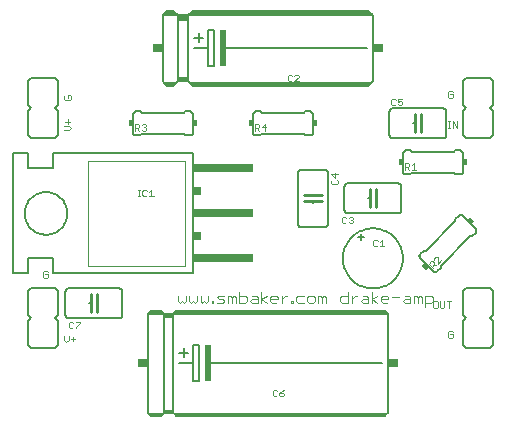
<source format=gto>
G75*
%MOIN*%
%OFA0B0*%
%FSLAX24Y24*%
%IPPOS*%
%LPD*%
%AMOC8*
5,1,8,0,0,1.08239X$1,22.5*
%
%ADD10C,0.0020*%
%ADD11C,0.0030*%
%ADD12C,0.0060*%
%ADD13C,0.0120*%
%ADD14C,0.0100*%
%ADD15R,0.0200X0.1200*%
%ADD16R,0.0350X0.0300*%
%ADD17R,0.2000X0.0300*%
%ADD18R,0.0250X0.0300*%
%ADD19R,0.0150X0.0200*%
D10*
X002963Y003890D02*
X003037Y003963D01*
X003037Y004110D01*
X003111Y004000D02*
X003258Y004000D01*
X003184Y004073D02*
X003184Y003927D01*
X002963Y003890D02*
X002890Y003963D01*
X002890Y004110D01*
X003085Y004350D02*
X003158Y004350D01*
X003195Y004387D01*
X003269Y004387D02*
X003269Y004350D01*
X003269Y004387D02*
X003416Y004533D01*
X003416Y004570D01*
X003269Y004570D01*
X003195Y004533D02*
X003158Y004570D01*
X003085Y004570D01*
X003048Y004533D01*
X003048Y004387D01*
X003085Y004350D01*
X002300Y006040D02*
X002337Y006077D01*
X002337Y006150D01*
X002263Y006150D01*
X002190Y006077D02*
X002227Y006040D01*
X002300Y006040D01*
X002190Y006077D02*
X002190Y006223D01*
X002227Y006260D01*
X002300Y006260D01*
X002337Y006223D01*
X003680Y006430D02*
X006930Y006430D01*
X006930Y009930D01*
X003680Y009930D01*
X003680Y006430D01*
X005351Y008750D02*
X005424Y008750D01*
X005387Y008750D02*
X005387Y008970D01*
X005351Y008970D02*
X005424Y008970D01*
X005498Y008933D02*
X005498Y008787D01*
X005535Y008750D01*
X005608Y008750D01*
X005645Y008787D01*
X005719Y008750D02*
X005866Y008750D01*
X005792Y008750D02*
X005792Y008970D01*
X005719Y008897D01*
X005645Y008933D02*
X005608Y008970D01*
X005535Y008970D01*
X005498Y008933D01*
X005506Y010940D02*
X005469Y010977D01*
X005506Y010940D02*
X005579Y010940D01*
X005616Y010977D01*
X005616Y011013D01*
X005579Y011050D01*
X005542Y011050D01*
X005579Y011050D02*
X005616Y011087D01*
X005616Y011123D01*
X005579Y011160D01*
X005506Y011160D01*
X005469Y011123D01*
X005395Y011123D02*
X005395Y011050D01*
X005358Y011013D01*
X005248Y011013D01*
X005248Y010940D02*
X005248Y011160D01*
X005358Y011160D01*
X005395Y011123D01*
X005321Y011013D02*
X005395Y010940D01*
X003110Y011021D02*
X003037Y011095D01*
X002890Y011095D01*
X003000Y011169D02*
X003000Y011316D01*
X002927Y011242D02*
X003073Y011242D01*
X003110Y011021D02*
X003037Y010948D01*
X002890Y010948D01*
X002927Y011969D02*
X003073Y011969D01*
X003110Y012006D01*
X003110Y012079D01*
X003073Y012116D01*
X003000Y012116D01*
X003000Y012042D01*
X002927Y011969D02*
X002890Y012006D01*
X002890Y012079D01*
X002927Y012116D01*
X009248Y011160D02*
X009248Y010940D01*
X009248Y011013D02*
X009358Y011013D01*
X009395Y011050D01*
X009395Y011123D01*
X009358Y011160D01*
X009248Y011160D01*
X009321Y011013D02*
X009395Y010940D01*
X009469Y011050D02*
X009616Y011050D01*
X009579Y010940D02*
X009579Y011160D01*
X009469Y011050D01*
X010377Y012590D02*
X010340Y012627D01*
X010340Y012773D01*
X010377Y012810D01*
X010450Y012810D01*
X010487Y012773D01*
X010561Y012773D02*
X010598Y012810D01*
X010671Y012810D01*
X010708Y012773D01*
X010708Y012737D01*
X010561Y012590D01*
X010708Y012590D01*
X010487Y012627D02*
X010450Y012590D01*
X010377Y012590D01*
X013790Y011973D02*
X013790Y011827D01*
X013827Y011790D01*
X013900Y011790D01*
X013937Y011827D01*
X014011Y011827D02*
X014048Y011790D01*
X014121Y011790D01*
X014158Y011827D01*
X014158Y011900D01*
X014121Y011937D01*
X014084Y011937D01*
X014011Y011900D01*
X014011Y012010D01*
X014158Y012010D01*
X013937Y011973D02*
X013900Y012010D01*
X013827Y012010D01*
X013790Y011973D01*
X015690Y012077D02*
X015727Y012040D01*
X015800Y012040D01*
X015837Y012077D01*
X015837Y012150D01*
X015763Y012150D01*
X015690Y012223D02*
X015690Y012077D01*
X015690Y012223D02*
X015727Y012260D01*
X015800Y012260D01*
X015837Y012223D01*
X015837Y011260D02*
X015984Y011040D01*
X015984Y011260D01*
X015837Y011260D02*
X015837Y011040D01*
X015763Y011040D02*
X015690Y011040D01*
X015727Y011040D02*
X015727Y011260D01*
X015763Y011260D02*
X015690Y011260D01*
X014542Y009860D02*
X014542Y009640D01*
X014469Y009640D02*
X014616Y009640D01*
X014469Y009787D02*
X014542Y009860D01*
X014395Y009823D02*
X014395Y009750D01*
X014358Y009713D01*
X014248Y009713D01*
X014248Y009640D02*
X014248Y009860D01*
X014358Y009860D01*
X014395Y009823D01*
X014321Y009713D02*
X014395Y009640D01*
X012516Y008033D02*
X012516Y007997D01*
X012479Y007960D01*
X012516Y007923D01*
X012516Y007887D01*
X012479Y007850D01*
X012406Y007850D01*
X012369Y007887D01*
X012295Y007887D02*
X012258Y007850D01*
X012185Y007850D01*
X012148Y007887D01*
X012148Y008033D01*
X012185Y008070D01*
X012258Y008070D01*
X012295Y008033D01*
X012369Y008033D02*
X012406Y008070D01*
X012479Y008070D01*
X012516Y008033D01*
X012479Y007960D02*
X012442Y007960D01*
X013190Y007273D02*
X013190Y007127D01*
X013227Y007090D01*
X013300Y007090D01*
X013337Y007127D01*
X013411Y007090D02*
X013558Y007090D01*
X013484Y007090D02*
X013484Y007310D01*
X013411Y007237D01*
X013337Y007273D02*
X013300Y007310D01*
X013227Y007310D01*
X013190Y007273D01*
X015035Y006507D02*
X015113Y006585D01*
X015165Y006585D01*
X015217Y006533D01*
X015217Y006481D01*
X015139Y006403D01*
X015191Y006351D02*
X015035Y006507D01*
X015191Y006455D02*
X015294Y006455D01*
X015347Y006508D02*
X015347Y006715D01*
X015321Y006741D01*
X015269Y006741D01*
X015217Y006689D01*
X015217Y006637D01*
X015347Y006508D02*
X015451Y006611D01*
X015411Y005260D02*
X015411Y005077D01*
X015448Y005040D01*
X015521Y005040D01*
X015558Y005077D01*
X015558Y005260D01*
X015632Y005260D02*
X015779Y005260D01*
X015705Y005260D02*
X015705Y005040D01*
X015337Y005077D02*
X015300Y005040D01*
X015227Y005040D01*
X015190Y005077D01*
X015190Y005223D01*
X015227Y005260D01*
X015300Y005260D01*
X015337Y005223D01*
X015337Y005077D01*
X015727Y004260D02*
X015690Y004223D01*
X015690Y004077D01*
X015727Y004040D01*
X015800Y004040D01*
X015837Y004077D01*
X015837Y004150D01*
X015763Y004150D01*
X015837Y004223D02*
X015800Y004260D01*
X015727Y004260D01*
X010208Y002310D02*
X010134Y002273D01*
X010061Y002200D01*
X010171Y002200D01*
X010208Y002163D01*
X010208Y002127D01*
X010171Y002090D01*
X010098Y002090D01*
X010061Y002127D01*
X010061Y002200D01*
X009987Y002127D02*
X009950Y002090D01*
X009877Y002090D01*
X009840Y002127D01*
X009840Y002273D01*
X009877Y002310D01*
X009950Y002310D01*
X009987Y002273D01*
X011827Y009148D02*
X011973Y009148D01*
X012010Y009185D01*
X012010Y009258D01*
X011973Y009295D01*
X011900Y009369D02*
X011900Y009516D01*
X012010Y009479D02*
X011790Y009479D01*
X011900Y009369D01*
X011827Y009295D02*
X011790Y009258D01*
X011790Y009185D01*
X011827Y009148D01*
D11*
X012344Y005565D02*
X012344Y005195D01*
X012159Y005195D01*
X012097Y005257D01*
X012097Y005380D01*
X012159Y005442D01*
X012344Y005442D01*
X012465Y005442D02*
X012465Y005195D01*
X012465Y005318D02*
X012589Y005442D01*
X012650Y005442D01*
X012834Y005442D02*
X012957Y005442D01*
X013019Y005380D01*
X013019Y005195D01*
X012834Y005195D01*
X012772Y005257D01*
X012834Y005318D01*
X013019Y005318D01*
X013141Y005318D02*
X013326Y005442D01*
X013447Y005380D02*
X013509Y005442D01*
X013633Y005442D01*
X013694Y005380D01*
X013694Y005318D01*
X013447Y005318D01*
X013447Y005257D02*
X013447Y005380D01*
X013447Y005257D02*
X013509Y005195D01*
X013633Y005195D01*
X013816Y005380D02*
X014063Y005380D01*
X014184Y005257D02*
X014246Y005195D01*
X014431Y005195D01*
X014431Y005380D01*
X014369Y005442D01*
X014246Y005442D01*
X014246Y005318D02*
X014431Y005318D01*
X014552Y005195D02*
X014552Y005442D01*
X014614Y005442D01*
X014676Y005380D01*
X014738Y005442D01*
X014799Y005380D01*
X014799Y005195D01*
X014921Y005195D02*
X015106Y005195D01*
X015168Y005257D01*
X015168Y005380D01*
X015106Y005442D01*
X014921Y005442D01*
X014921Y005072D01*
X014676Y005195D02*
X014676Y005380D01*
X014246Y005318D02*
X014184Y005257D01*
X013326Y005195D02*
X013141Y005318D01*
X013141Y005195D02*
X013141Y005565D01*
X011607Y005380D02*
X011607Y005195D01*
X011484Y005195D02*
X011484Y005380D01*
X011545Y005442D01*
X011607Y005380D01*
X011484Y005380D02*
X011422Y005442D01*
X011360Y005442D01*
X011360Y005195D01*
X011239Y005257D02*
X011239Y005380D01*
X011177Y005442D01*
X011054Y005442D01*
X010992Y005380D01*
X010992Y005257D01*
X011054Y005195D01*
X011177Y005195D01*
X011239Y005257D01*
X010871Y005195D02*
X010685Y005195D01*
X010624Y005257D01*
X010624Y005380D01*
X010685Y005442D01*
X010871Y005442D01*
X010501Y005257D02*
X010501Y005195D01*
X010440Y005195D01*
X010440Y005257D01*
X010501Y005257D01*
X010318Y005442D02*
X010256Y005442D01*
X010133Y005318D01*
X010011Y005318D02*
X009764Y005318D01*
X009764Y005257D02*
X009764Y005380D01*
X009826Y005442D01*
X009949Y005442D01*
X010011Y005380D01*
X010011Y005318D01*
X009949Y005195D02*
X009826Y005195D01*
X009764Y005257D01*
X009643Y005195D02*
X009457Y005318D01*
X009643Y005442D01*
X009457Y005565D02*
X009457Y005195D01*
X009336Y005195D02*
X009151Y005195D01*
X009089Y005257D01*
X009151Y005318D01*
X009336Y005318D01*
X009336Y005380D02*
X009336Y005195D01*
X009336Y005380D02*
X009274Y005442D01*
X009151Y005442D01*
X008968Y005380D02*
X008906Y005442D01*
X008721Y005442D01*
X008721Y005565D02*
X008721Y005195D01*
X008906Y005195D01*
X008968Y005257D01*
X008968Y005380D01*
X008599Y005380D02*
X008599Y005195D01*
X008476Y005195D02*
X008476Y005380D01*
X008538Y005442D01*
X008599Y005380D01*
X008476Y005380D02*
X008414Y005442D01*
X008352Y005442D01*
X008352Y005195D01*
X008231Y005257D02*
X008169Y005318D01*
X008046Y005318D01*
X007984Y005380D01*
X008046Y005442D01*
X008231Y005442D01*
X008231Y005257D02*
X008169Y005195D01*
X007984Y005195D01*
X007862Y005195D02*
X007800Y005195D01*
X007800Y005257D01*
X007862Y005257D01*
X007862Y005195D01*
X007679Y005257D02*
X007679Y005442D01*
X007679Y005257D02*
X007617Y005195D01*
X007555Y005257D01*
X007493Y005195D01*
X007432Y005257D01*
X007432Y005442D01*
X007310Y005442D02*
X007310Y005257D01*
X007248Y005195D01*
X007187Y005257D01*
X007125Y005195D01*
X007063Y005257D01*
X007063Y005442D01*
X006942Y005442D02*
X006942Y005257D01*
X006880Y005195D01*
X006818Y005257D01*
X006757Y005195D01*
X006695Y005257D01*
X006695Y005442D01*
X010133Y005442D02*
X010133Y005195D01*
D12*
X002580Y003680D02*
X001780Y003680D01*
X001680Y003780D01*
X001680Y004580D01*
X001780Y004680D01*
X001680Y004780D01*
X001680Y005580D01*
X001780Y005680D01*
X002580Y005680D01*
X002680Y005580D01*
X002680Y004780D01*
X002580Y004680D01*
X002680Y004580D01*
X002680Y003780D01*
X002580Y003680D01*
X003030Y004680D02*
X004730Y004680D01*
X004747Y004682D01*
X004764Y004686D01*
X004780Y004693D01*
X004794Y004703D01*
X004807Y004716D01*
X004817Y004730D01*
X004824Y004746D01*
X004828Y004763D01*
X004830Y004780D01*
X004830Y005580D01*
X004828Y005597D01*
X004824Y005614D01*
X004817Y005630D01*
X004807Y005644D01*
X004794Y005657D01*
X004780Y005667D01*
X004764Y005674D01*
X004747Y005678D01*
X004730Y005680D01*
X003030Y005680D01*
X003013Y005678D01*
X002996Y005674D01*
X002980Y005667D01*
X002966Y005657D01*
X002953Y005644D01*
X002943Y005630D01*
X002936Y005614D01*
X002932Y005597D01*
X002930Y005580D01*
X002930Y004780D01*
X002932Y004763D01*
X002936Y004746D01*
X002943Y004730D01*
X002953Y004716D01*
X002966Y004703D01*
X002980Y004693D01*
X002996Y004686D01*
X003013Y004682D01*
X003030Y004680D01*
X003730Y005180D02*
X003780Y005180D01*
X003980Y005180D02*
X004030Y005180D01*
X002530Y006180D02*
X002530Y006680D01*
X001680Y006680D01*
X001680Y006180D01*
X001180Y006180D01*
X001180Y010180D01*
X001680Y010180D01*
X001680Y009680D01*
X002530Y009680D01*
X002530Y010180D01*
X007180Y010180D01*
X007180Y006180D01*
X002530Y006180D01*
X001570Y008180D02*
X001572Y008233D01*
X001578Y008286D01*
X001588Y008338D01*
X001602Y008389D01*
X001619Y008439D01*
X001640Y008488D01*
X001665Y008535D01*
X001693Y008580D01*
X001725Y008623D01*
X001760Y008663D01*
X001797Y008700D01*
X001837Y008735D01*
X001880Y008767D01*
X001925Y008795D01*
X001972Y008820D01*
X002021Y008841D01*
X002071Y008858D01*
X002122Y008872D01*
X002174Y008882D01*
X002227Y008888D01*
X002280Y008890D01*
X002333Y008888D01*
X002386Y008882D01*
X002438Y008872D01*
X002489Y008858D01*
X002539Y008841D01*
X002588Y008820D01*
X002635Y008795D01*
X002680Y008767D01*
X002723Y008735D01*
X002763Y008700D01*
X002800Y008663D01*
X002835Y008623D01*
X002867Y008580D01*
X002895Y008535D01*
X002920Y008488D01*
X002941Y008439D01*
X002958Y008389D01*
X002972Y008338D01*
X002982Y008286D01*
X002988Y008233D01*
X002990Y008180D01*
X002988Y008127D01*
X002982Y008074D01*
X002972Y008022D01*
X002958Y007971D01*
X002941Y007921D01*
X002920Y007872D01*
X002895Y007825D01*
X002867Y007780D01*
X002835Y007737D01*
X002800Y007697D01*
X002763Y007660D01*
X002723Y007625D01*
X002680Y007593D01*
X002635Y007565D01*
X002588Y007540D01*
X002539Y007519D01*
X002489Y007502D01*
X002438Y007488D01*
X002386Y007478D01*
X002333Y007472D01*
X002280Y007470D01*
X002227Y007472D01*
X002174Y007478D01*
X002122Y007488D01*
X002071Y007502D01*
X002021Y007519D01*
X001972Y007540D01*
X001925Y007565D01*
X001880Y007593D01*
X001837Y007625D01*
X001797Y007660D01*
X001760Y007697D01*
X001725Y007737D01*
X001693Y007780D01*
X001665Y007825D01*
X001640Y007872D01*
X001619Y007921D01*
X001602Y007971D01*
X001588Y008022D01*
X001578Y008074D01*
X001572Y008127D01*
X001570Y008180D01*
X001780Y010680D02*
X002580Y010680D01*
X002680Y010780D01*
X002680Y011580D01*
X002580Y011680D01*
X002680Y011780D01*
X002680Y012580D01*
X002580Y012680D01*
X001780Y012680D01*
X001680Y012580D01*
X001680Y011780D01*
X001780Y011680D01*
X001680Y011580D01*
X001680Y010780D01*
X001780Y010680D01*
X005180Y010880D02*
X005180Y011480D01*
X005182Y011497D01*
X005186Y011514D01*
X005193Y011530D01*
X005203Y011544D01*
X005216Y011557D01*
X005230Y011567D01*
X005246Y011574D01*
X005263Y011578D01*
X005280Y011580D01*
X005430Y011580D01*
X005480Y011530D01*
X006880Y011530D01*
X006930Y011580D01*
X007080Y011580D01*
X007097Y011578D01*
X007114Y011574D01*
X007130Y011567D01*
X007144Y011557D01*
X007157Y011544D01*
X007167Y011530D01*
X007174Y011514D01*
X007178Y011497D01*
X007180Y011480D01*
X007180Y010880D01*
X007178Y010863D01*
X007174Y010846D01*
X007167Y010830D01*
X007157Y010816D01*
X007144Y010803D01*
X007130Y010793D01*
X007114Y010786D01*
X007097Y010782D01*
X007080Y010780D01*
X006930Y010780D01*
X006880Y010830D01*
X005480Y010830D01*
X005430Y010780D01*
X005280Y010780D01*
X005263Y010782D01*
X005246Y010786D01*
X005230Y010793D01*
X005216Y010803D01*
X005203Y010816D01*
X005193Y010830D01*
X005186Y010846D01*
X005182Y010863D01*
X005180Y010880D01*
X006330Y012430D02*
X006230Y012530D01*
X006630Y012530D01*
X006530Y012430D01*
X006330Y012430D01*
X006230Y012530D02*
X006180Y012580D01*
X006180Y014780D01*
X006680Y014780D01*
X006680Y014630D01*
X006680Y012680D01*
X007030Y012680D01*
X007030Y012580D01*
X007080Y012530D01*
X013130Y012530D01*
X013180Y012580D01*
X013180Y014780D01*
X013030Y014930D01*
X007180Y014930D01*
X007030Y014780D01*
X013180Y014780D01*
X012980Y013680D02*
X008230Y013680D01*
X007680Y013680D02*
X007230Y013680D01*
X007380Y013880D02*
X007380Y014180D01*
X007230Y014030D02*
X007530Y014030D01*
X007680Y014280D02*
X007680Y013680D01*
X007680Y013080D01*
X007880Y013080D01*
X007880Y014280D01*
X007680Y014280D01*
X007030Y014630D02*
X007030Y012680D01*
X007030Y012580D02*
X006680Y012580D01*
X006680Y012680D01*
X006680Y012580D02*
X006630Y012530D01*
X007080Y012530D02*
X007180Y012430D01*
X013030Y012430D01*
X013130Y012530D01*
X013830Y011680D02*
X015530Y011680D01*
X015547Y011678D01*
X015564Y011674D01*
X015580Y011667D01*
X015594Y011657D01*
X015607Y011644D01*
X015617Y011630D01*
X015624Y011614D01*
X015628Y011597D01*
X015630Y011580D01*
X015630Y010780D01*
X015628Y010763D01*
X015624Y010746D01*
X015617Y010730D01*
X015607Y010716D01*
X015594Y010703D01*
X015580Y010693D01*
X015564Y010686D01*
X015547Y010682D01*
X015530Y010680D01*
X013830Y010680D01*
X013813Y010682D01*
X013796Y010686D01*
X013780Y010693D01*
X013766Y010703D01*
X013753Y010716D01*
X013743Y010730D01*
X013736Y010746D01*
X013732Y010763D01*
X013730Y010780D01*
X013730Y011580D01*
X013732Y011597D01*
X013736Y011614D01*
X013743Y011630D01*
X013753Y011644D01*
X013766Y011657D01*
X013780Y011667D01*
X013796Y011674D01*
X013813Y011678D01*
X013830Y011680D01*
X014530Y011180D02*
X014580Y011180D01*
X014780Y011180D02*
X014830Y011180D01*
X014430Y010280D02*
X014280Y010280D01*
X014263Y010278D01*
X014246Y010274D01*
X014230Y010267D01*
X014216Y010257D01*
X014203Y010244D01*
X014193Y010230D01*
X014186Y010214D01*
X014182Y010197D01*
X014180Y010180D01*
X014180Y009580D01*
X014182Y009563D01*
X014186Y009546D01*
X014193Y009530D01*
X014203Y009516D01*
X014216Y009503D01*
X014230Y009493D01*
X014246Y009486D01*
X014263Y009482D01*
X014280Y009480D01*
X014430Y009480D01*
X014480Y009530D01*
X015880Y009530D01*
X015930Y009480D01*
X016080Y009480D01*
X016097Y009482D01*
X016114Y009486D01*
X016130Y009493D01*
X016144Y009503D01*
X016157Y009516D01*
X016167Y009530D01*
X016174Y009546D01*
X016178Y009563D01*
X016180Y009580D01*
X016180Y010180D01*
X016178Y010197D01*
X016174Y010214D01*
X016167Y010230D01*
X016157Y010244D01*
X016144Y010257D01*
X016130Y010267D01*
X016114Y010274D01*
X016097Y010278D01*
X016080Y010280D01*
X015930Y010280D01*
X015880Y010230D01*
X014480Y010230D01*
X014430Y010280D01*
X014030Y009180D02*
X012330Y009180D01*
X012313Y009178D01*
X012296Y009174D01*
X012280Y009167D01*
X012266Y009157D01*
X012253Y009144D01*
X012243Y009130D01*
X012236Y009114D01*
X012232Y009097D01*
X012230Y009080D01*
X012230Y008280D01*
X012232Y008263D01*
X012236Y008246D01*
X012243Y008230D01*
X012253Y008216D01*
X012266Y008203D01*
X012280Y008193D01*
X012296Y008186D01*
X012313Y008182D01*
X012330Y008180D01*
X014030Y008180D01*
X014047Y008182D01*
X014064Y008186D01*
X014080Y008193D01*
X014094Y008203D01*
X014107Y008216D01*
X014117Y008230D01*
X014124Y008246D01*
X014128Y008263D01*
X014130Y008280D01*
X014130Y009080D01*
X014128Y009097D01*
X014124Y009114D01*
X014117Y009130D01*
X014107Y009144D01*
X014094Y009157D01*
X014080Y009167D01*
X014064Y009174D01*
X014047Y009178D01*
X014030Y009180D01*
X013330Y008680D02*
X013280Y008680D01*
X013080Y008680D02*
X013030Y008680D01*
X012780Y007480D02*
X012780Y007280D01*
X012680Y007380D02*
X012880Y007380D01*
X012180Y006680D02*
X012182Y006743D01*
X012188Y006805D01*
X012198Y006867D01*
X012211Y006929D01*
X012229Y006989D01*
X012250Y007048D01*
X012275Y007106D01*
X012304Y007162D01*
X012336Y007216D01*
X012371Y007268D01*
X012409Y007317D01*
X012451Y007365D01*
X012495Y007409D01*
X012543Y007451D01*
X012592Y007489D01*
X012644Y007524D01*
X012698Y007556D01*
X012754Y007585D01*
X012812Y007610D01*
X012871Y007631D01*
X012931Y007649D01*
X012993Y007662D01*
X013055Y007672D01*
X013117Y007678D01*
X013180Y007680D01*
X013243Y007678D01*
X013305Y007672D01*
X013367Y007662D01*
X013429Y007649D01*
X013489Y007631D01*
X013548Y007610D01*
X013606Y007585D01*
X013662Y007556D01*
X013716Y007524D01*
X013768Y007489D01*
X013817Y007451D01*
X013865Y007409D01*
X013909Y007365D01*
X013951Y007317D01*
X013989Y007268D01*
X014024Y007216D01*
X014056Y007162D01*
X014085Y007106D01*
X014110Y007048D01*
X014131Y006989D01*
X014149Y006929D01*
X014162Y006867D01*
X014172Y006805D01*
X014178Y006743D01*
X014180Y006680D01*
X014178Y006617D01*
X014172Y006555D01*
X014162Y006493D01*
X014149Y006431D01*
X014131Y006371D01*
X014110Y006312D01*
X014085Y006254D01*
X014056Y006198D01*
X014024Y006144D01*
X013989Y006092D01*
X013951Y006043D01*
X013909Y005995D01*
X013865Y005951D01*
X013817Y005909D01*
X013768Y005871D01*
X013716Y005836D01*
X013662Y005804D01*
X013606Y005775D01*
X013548Y005750D01*
X013489Y005729D01*
X013429Y005711D01*
X013367Y005698D01*
X013305Y005688D01*
X013243Y005682D01*
X013180Y005680D01*
X013117Y005682D01*
X013055Y005688D01*
X012993Y005698D01*
X012931Y005711D01*
X012871Y005729D01*
X012812Y005750D01*
X012754Y005775D01*
X012698Y005804D01*
X012644Y005836D01*
X012592Y005871D01*
X012543Y005909D01*
X012495Y005951D01*
X012451Y005995D01*
X012409Y006043D01*
X012371Y006092D01*
X012336Y006144D01*
X012304Y006198D01*
X012275Y006254D01*
X012250Y006312D01*
X012229Y006371D01*
X012211Y006431D01*
X012198Y006493D01*
X012188Y006555D01*
X012182Y006617D01*
X012180Y006680D01*
X011580Y007730D02*
X010780Y007730D01*
X010763Y007732D01*
X010746Y007736D01*
X010730Y007743D01*
X010716Y007753D01*
X010703Y007766D01*
X010693Y007780D01*
X010686Y007796D01*
X010682Y007813D01*
X010680Y007830D01*
X010680Y009530D01*
X010682Y009547D01*
X010686Y009564D01*
X010693Y009580D01*
X010703Y009594D01*
X010716Y009607D01*
X010730Y009617D01*
X010746Y009624D01*
X010763Y009628D01*
X010780Y009630D01*
X011580Y009630D01*
X011597Y009628D01*
X011614Y009624D01*
X011630Y009617D01*
X011644Y009607D01*
X011657Y009594D01*
X011667Y009580D01*
X011674Y009564D01*
X011678Y009547D01*
X011680Y009530D01*
X011680Y007830D01*
X011678Y007813D01*
X011674Y007796D01*
X011667Y007780D01*
X011657Y007766D01*
X011644Y007753D01*
X011630Y007743D01*
X011614Y007736D01*
X011597Y007732D01*
X011580Y007730D01*
X011180Y008530D02*
X011180Y008580D01*
X011180Y008780D02*
X011180Y008830D01*
X011080Y010780D02*
X010930Y010780D01*
X010880Y010830D01*
X009480Y010830D01*
X009430Y010780D01*
X009280Y010780D01*
X009263Y010782D01*
X009246Y010786D01*
X009230Y010793D01*
X009216Y010803D01*
X009203Y010816D01*
X009193Y010830D01*
X009186Y010846D01*
X009182Y010863D01*
X009180Y010880D01*
X009180Y011480D01*
X009182Y011497D01*
X009186Y011514D01*
X009193Y011530D01*
X009203Y011544D01*
X009216Y011557D01*
X009230Y011567D01*
X009246Y011574D01*
X009263Y011578D01*
X009280Y011580D01*
X009430Y011580D01*
X009480Y011530D01*
X010880Y011530D01*
X010930Y011580D01*
X011080Y011580D01*
X011097Y011578D01*
X011114Y011574D01*
X011130Y011567D01*
X011144Y011557D01*
X011157Y011544D01*
X011167Y011530D01*
X011174Y011514D01*
X011178Y011497D01*
X011180Y011480D01*
X011180Y010880D01*
X011178Y010863D01*
X011174Y010846D01*
X011167Y010830D01*
X011157Y010816D01*
X011144Y010803D01*
X011130Y010793D01*
X011114Y010786D01*
X011097Y010782D01*
X011080Y010780D01*
X014867Y006933D02*
X014761Y006826D01*
X014760Y006827D02*
X014749Y006813D01*
X014740Y006798D01*
X014734Y006782D01*
X014731Y006765D01*
X014731Y006747D01*
X014734Y006730D01*
X014740Y006714D01*
X014749Y006699D01*
X014760Y006685D01*
X014761Y006685D02*
X015185Y006261D01*
X015185Y006260D02*
X015199Y006249D01*
X015214Y006240D01*
X015230Y006234D01*
X015247Y006231D01*
X015265Y006231D01*
X015282Y006234D01*
X015298Y006240D01*
X015313Y006249D01*
X015327Y006260D01*
X015326Y006261D02*
X015433Y006367D01*
X015433Y006438D01*
X016422Y007427D01*
X016493Y007427D01*
X016599Y007534D01*
X016600Y007533D02*
X016611Y007547D01*
X016620Y007562D01*
X016626Y007578D01*
X016629Y007595D01*
X016629Y007613D01*
X016626Y007630D01*
X016620Y007646D01*
X016611Y007661D01*
X016600Y007675D01*
X016599Y007675D02*
X016175Y008099D01*
X016175Y008100D02*
X016161Y008111D01*
X016146Y008120D01*
X016130Y008126D01*
X016113Y008129D01*
X016095Y008129D01*
X016078Y008126D01*
X016062Y008120D01*
X016047Y008111D01*
X016033Y008100D01*
X016034Y008099D02*
X015927Y007993D01*
X015927Y007922D01*
X014938Y006933D01*
X014867Y006933D01*
X016180Y005580D02*
X016280Y005680D01*
X017080Y005680D01*
X017180Y005580D01*
X017180Y004780D01*
X017080Y004680D01*
X017180Y004580D01*
X017180Y003780D01*
X017080Y003680D01*
X016280Y003680D01*
X016180Y003780D01*
X016180Y004580D01*
X016280Y004680D01*
X016180Y004780D01*
X016180Y005580D01*
X013680Y004830D02*
X006530Y004830D01*
X006230Y004830D01*
X005680Y004830D01*
X005680Y001530D01*
X005730Y001480D01*
X006180Y001480D01*
X006230Y001530D01*
X006530Y001530D01*
X006580Y001480D01*
X013630Y001480D01*
X013680Y001530D01*
X013680Y004830D01*
X013580Y004930D01*
X006630Y004930D01*
X006530Y004830D01*
X006530Y004730D01*
X006530Y001580D01*
X006530Y001550D01*
X006230Y001550D01*
X006230Y001580D01*
X006530Y001580D01*
X006530Y001550D02*
X006530Y001530D01*
X006580Y001480D02*
X006630Y001430D01*
X006630Y001450D01*
X013580Y001450D01*
X013580Y001430D02*
X013630Y001480D01*
X013580Y001430D02*
X006630Y001430D01*
X006230Y001530D02*
X006230Y001550D01*
X006230Y001580D02*
X006230Y004730D01*
X006530Y004730D01*
X006230Y004730D02*
X006230Y004830D01*
X006130Y004930D01*
X005780Y004930D01*
X005680Y004830D01*
X006880Y003680D02*
X006880Y003380D01*
X006730Y003530D02*
X007030Y003530D01*
X007180Y003780D02*
X007180Y003180D01*
X006730Y003180D01*
X007180Y003180D02*
X007180Y002580D01*
X007380Y002580D01*
X007380Y003780D01*
X007180Y003780D01*
X007730Y003180D02*
X013480Y003180D01*
X006180Y001480D02*
X006130Y001430D01*
X006130Y001450D01*
X005780Y001450D01*
X005780Y001430D02*
X005730Y001480D01*
X005780Y001430D02*
X006130Y001430D01*
X016180Y010780D02*
X016280Y010680D01*
X017080Y010680D01*
X017180Y010780D01*
X017180Y011580D01*
X017080Y011680D01*
X017180Y011780D01*
X017180Y012580D01*
X017080Y012680D01*
X016280Y012680D01*
X016180Y012580D01*
X016180Y011780D01*
X016280Y011680D01*
X016180Y011580D01*
X016180Y010780D01*
X007030Y014630D02*
X006680Y014630D01*
X006680Y014780D02*
X007030Y014780D01*
X007030Y014630D01*
X006680Y014780D02*
X006530Y014930D01*
X006330Y014930D01*
X006180Y014780D01*
D13*
X006280Y014830D02*
X006580Y014830D01*
X006530Y014880D02*
X006330Y014880D01*
X006730Y014730D02*
X006980Y014730D01*
X006980Y014680D02*
X006730Y014680D01*
X007130Y014830D02*
X013080Y014830D01*
X013030Y014880D02*
X007180Y014880D01*
X006630Y004880D02*
X013580Y004880D01*
X006480Y004780D02*
X006280Y004780D01*
X006130Y004880D02*
X005780Y004880D01*
D14*
X003980Y004880D02*
X003980Y005180D01*
X003980Y005480D01*
X003780Y005480D02*
X003780Y005180D01*
X003780Y004880D01*
X010880Y008580D02*
X011180Y008580D01*
X011480Y008580D01*
X011480Y008780D02*
X011180Y008780D01*
X010880Y008780D01*
X013080Y008680D02*
X013080Y008380D01*
X013280Y008380D02*
X013280Y008680D01*
X013280Y008980D01*
X013080Y008980D02*
X013080Y008680D01*
X014580Y010880D02*
X014580Y011180D01*
X014580Y011480D01*
X014780Y011480D02*
X014780Y011180D01*
X014780Y010880D01*
X013030Y012480D02*
X007180Y012480D01*
X006980Y012630D02*
X006730Y012630D01*
X006530Y012480D02*
X006330Y012480D01*
D15*
X008180Y013680D03*
X007680Y003180D03*
D16*
X005505Y003180D03*
X013855Y003180D03*
X013355Y013680D03*
X006005Y013680D03*
D17*
X008180Y009680D03*
X008180Y008180D03*
X008180Y006680D03*
D18*
X007305Y007430D03*
X007305Y008930D03*
D19*
X007255Y011180D03*
X009105Y011180D03*
X011255Y011180D03*
X014105Y009880D03*
X016255Y009880D03*
G36*
X016317Y007957D02*
X016423Y008063D01*
X016563Y007923D01*
X016457Y007817D01*
X016317Y007957D01*
G37*
G36*
X014797Y006437D02*
X014903Y006543D01*
X015043Y006403D01*
X014937Y006297D01*
X014797Y006437D01*
G37*
X005105Y011180D03*
M02*

</source>
